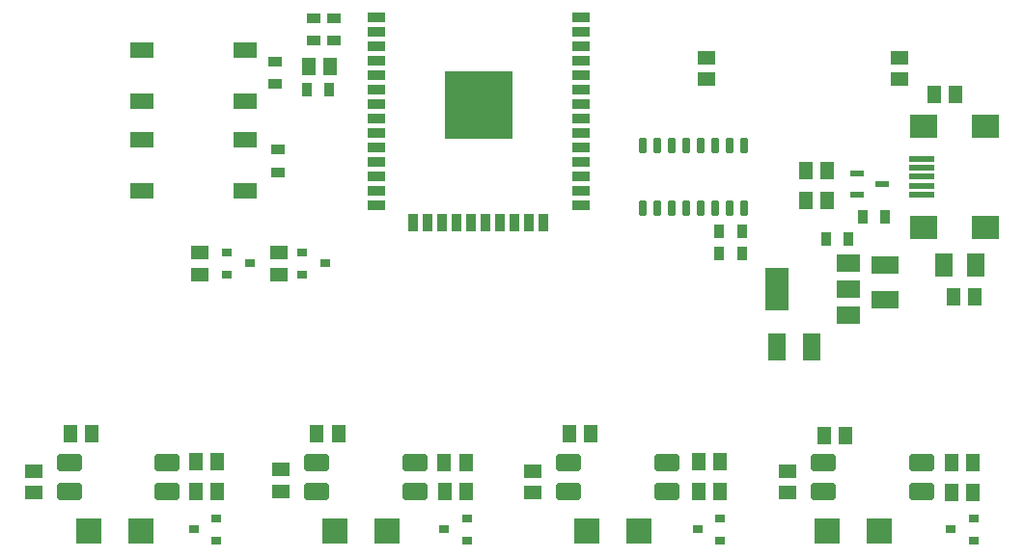
<source format=gtp>
G04*
G04 #@! TF.GenerationSoftware,Altium Limited,Altium Designer,19.0.15 (446)*
G04*
G04 Layer_Color=8421504*
%FSLAX23Y23*%
%MOIN*%
G70*
G01*
G75*
%ADD25R,0.051X0.063*%
%ADD26R,0.051X0.037*%
%ADD27R,0.037X0.051*%
%ADD28R,0.035X0.031*%
%ADD29R,0.063X0.051*%
G04:AMPARAMS|DCode=30|XSize=85mil|YSize=58mil|CornerRadius=7mil|HoleSize=0mil|Usage=FLASHONLY|Rotation=0.000|XOffset=0mil|YOffset=0mil|HoleType=Round|Shape=RoundedRectangle|*
%AMROUNDEDRECTD30*
21,1,0.085,0.044,0,0,0.0*
21,1,0.070,0.058,0,0,0.0*
1,1,0.015,0.035,-0.022*
1,1,0.015,-0.035,-0.022*
1,1,0.015,-0.035,0.022*
1,1,0.015,0.035,0.022*
%
%ADD30ROUNDEDRECTD30*%
%ADD31R,0.091X0.091*%
%ADD32R,0.063X0.094*%
G04:AMPARAMS|DCode=33|XSize=52mil|YSize=24mil|CornerRadius=3mil|HoleSize=0mil|Usage=FLASHONLY|Rotation=270.000|XOffset=0mil|YOffset=0mil|HoleType=Round|Shape=RoundedRectangle|*
%AMROUNDEDRECTD33*
21,1,0.052,0.018,0,0,270.0*
21,1,0.045,0.024,0,0,270.0*
1,1,0.006,-0.009,-0.023*
1,1,0.006,-0.009,0.023*
1,1,0.006,0.009,0.023*
1,1,0.006,0.009,-0.023*
%
%ADD33ROUNDEDRECTD33*%
%ADD34R,0.079X0.059*%
%ADD35R,0.079X0.150*%
%ADD36R,0.094X0.063*%
%ADD37R,0.063X0.079*%
%ADD38R,0.045X0.024*%
%ADD39R,0.059X0.035*%
%ADD40R,0.035X0.059*%
%ADD41R,0.236X0.236*%
%ADD42R,0.098X0.079*%
%ADD43R,0.089X0.020*%
%ADD44R,0.083X0.055*%
D25*
X6283Y4333D02*
D03*
Y4435D02*
D03*
X4568Y4795D02*
D03*
X4642D02*
D03*
X4252Y3430D02*
D03*
X4178D02*
D03*
X4178Y3328D02*
D03*
X4252D02*
D03*
X4670Y3525D02*
D03*
X4595D02*
D03*
X5110Y3425D02*
D03*
X5035D02*
D03*
X5038Y3325D02*
D03*
X5112D02*
D03*
X5542Y3525D02*
D03*
X5468D02*
D03*
X5913Y3325D02*
D03*
X5987D02*
D03*
X5987Y3430D02*
D03*
X5913D02*
D03*
X6422Y3520D02*
D03*
X6348D02*
D03*
X6788Y3323D02*
D03*
X6862D02*
D03*
X6862Y3425D02*
D03*
X6788D02*
D03*
X6357Y4435D02*
D03*
Y4333D02*
D03*
X6793Y4000D02*
D03*
X6867D02*
D03*
X6802Y4700D02*
D03*
X6728D02*
D03*
X3817Y3525D02*
D03*
X3743D02*
D03*
D26*
X4585Y4964D02*
D03*
X4585Y4886D02*
D03*
X4450Y4736D02*
D03*
X4450Y4814D02*
D03*
X4655Y4964D02*
D03*
X4655Y4886D02*
D03*
X4460Y4431D02*
D03*
X4460Y4509D02*
D03*
D27*
X4561Y4715D02*
D03*
X4639Y4715D02*
D03*
X5986Y4150D02*
D03*
X6064Y4150D02*
D03*
X5986Y4225D02*
D03*
X6064Y4225D02*
D03*
X6353Y4200D02*
D03*
X6432Y4200D02*
D03*
X6480Y4275D02*
D03*
X6559D02*
D03*
D28*
X4546Y4077D02*
D03*
Y4152D02*
D03*
X4624Y4115D02*
D03*
X4286Y4077D02*
D03*
Y4152D02*
D03*
X4364Y4115D02*
D03*
X4249Y3232D02*
D03*
Y3158D02*
D03*
X4171Y3195D02*
D03*
X5114Y3232D02*
D03*
Y3158D02*
D03*
X5036Y3195D02*
D03*
X5989Y3232D02*
D03*
Y3158D02*
D03*
X5911Y3195D02*
D03*
X6864Y3232D02*
D03*
Y3158D02*
D03*
X6786Y3195D02*
D03*
D29*
X4465Y4077D02*
D03*
Y4152D02*
D03*
X4190Y4077D02*
D03*
Y4152D02*
D03*
X6222Y3323D02*
D03*
Y3397D02*
D03*
X6609Y4827D02*
D03*
Y4753D02*
D03*
X5940Y4827D02*
D03*
Y4753D02*
D03*
X5342Y3323D02*
D03*
Y3397D02*
D03*
X4472Y3328D02*
D03*
Y3402D02*
D03*
X3617Y3323D02*
D03*
Y3397D02*
D03*
D30*
X3741Y3425D02*
D03*
Y3325D02*
D03*
X4079D02*
D03*
Y3425D02*
D03*
X4596D02*
D03*
Y3325D02*
D03*
X4934D02*
D03*
Y3425D02*
D03*
X5466D02*
D03*
Y3325D02*
D03*
X5804D02*
D03*
Y3425D02*
D03*
X6346D02*
D03*
Y3325D02*
D03*
X6684D02*
D03*
Y3425D02*
D03*
D31*
X3809Y3190D02*
D03*
X3987D02*
D03*
X4659D02*
D03*
X4837D02*
D03*
X5529D02*
D03*
X5707D02*
D03*
X6359D02*
D03*
X6537D02*
D03*
D32*
X6304Y3825D02*
D03*
X6186D02*
D03*
D33*
X6070Y4523D02*
D03*
X6020D02*
D03*
X5970D02*
D03*
X5920D02*
D03*
X5870D02*
D03*
X5820D02*
D03*
X5770D02*
D03*
X5720D02*
D03*
Y4307D02*
D03*
X5770D02*
D03*
X5820D02*
D03*
X5870D02*
D03*
X5920D02*
D03*
X5970D02*
D03*
X6020D02*
D03*
X6070D02*
D03*
D34*
X6432Y3936D02*
D03*
Y4026D02*
D03*
Y4116D02*
D03*
D35*
X6184Y4025D02*
D03*
D36*
X6558Y3991D02*
D03*
Y4109D02*
D03*
D37*
X6870Y4110D02*
D03*
X6760D02*
D03*
D38*
X6549Y4390D02*
D03*
X6461Y4353D02*
D03*
Y4427D02*
D03*
D39*
X4800Y4965D02*
D03*
Y4915D02*
D03*
Y4865D02*
D03*
Y4815D02*
D03*
Y4765D02*
D03*
Y4715D02*
D03*
Y4665D02*
D03*
Y4615D02*
D03*
Y4565D02*
D03*
Y4515D02*
D03*
Y4465D02*
D03*
Y4415D02*
D03*
Y4365D02*
D03*
Y4315D02*
D03*
X5509D02*
D03*
Y4365D02*
D03*
Y4415D02*
D03*
Y4465D02*
D03*
Y4515D02*
D03*
Y4565D02*
D03*
Y4615D02*
D03*
Y4665D02*
D03*
Y4715D02*
D03*
Y4765D02*
D03*
Y4815D02*
D03*
Y4865D02*
D03*
Y4915D02*
D03*
Y4965D02*
D03*
D40*
X4929Y4256D02*
D03*
X4979D02*
D03*
X5029D02*
D03*
X5079D02*
D03*
X5129D02*
D03*
X5179D02*
D03*
X5229D02*
D03*
X5279D02*
D03*
X5329D02*
D03*
X5379D02*
D03*
D41*
X5154Y4662D02*
D03*
D42*
X6904Y4590D02*
D03*
Y4240D02*
D03*
X6690Y4590D02*
D03*
Y4240D02*
D03*
D43*
X6685Y4478D02*
D03*
Y4446D02*
D03*
Y4415D02*
D03*
Y4384D02*
D03*
Y4352D02*
D03*
D44*
X4348Y4366D02*
D03*
Y4544D02*
D03*
X3990Y4366D02*
D03*
Y4544D02*
D03*
X4348Y4676D02*
D03*
Y4854D02*
D03*
X3990Y4676D02*
D03*
Y4854D02*
D03*
M02*

</source>
